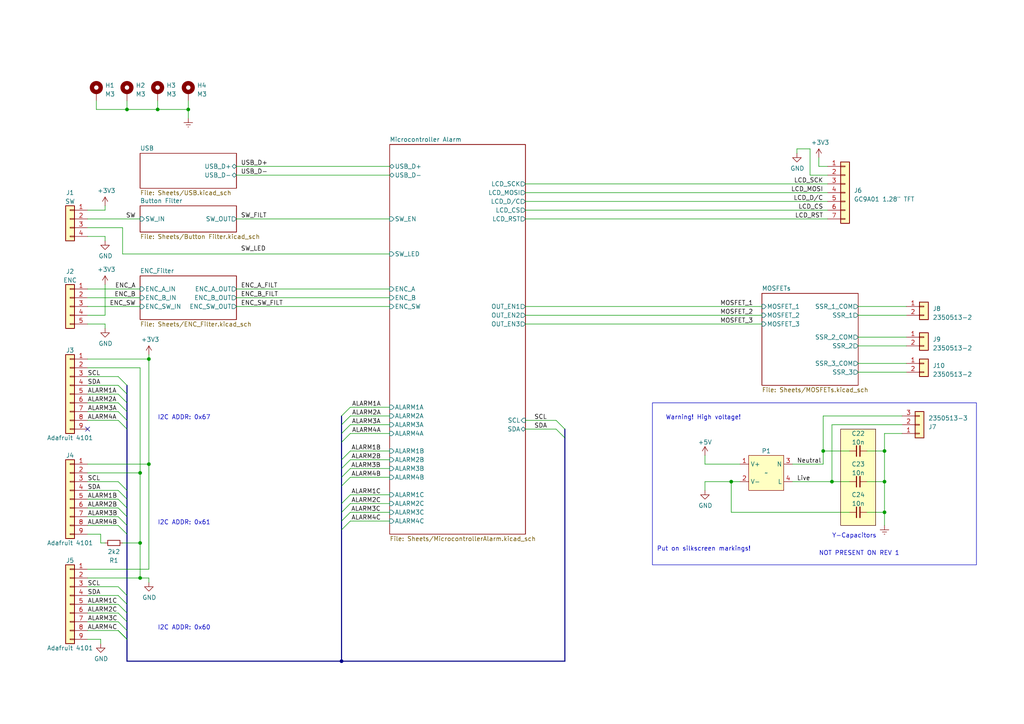
<source format=kicad_sch>
(kicad_sch (version 20230121) (generator eeschema)
  (paper "A4")
  (lib_symbols
    (symbol "Connector_Generic:Conn_01x02" (pin_names (offset 1.016) hide)
      (property "Reference" "J" (at 0 2.54 0))
      (property "Value" "Conn_01x02" (at 0 -5.08 0))
      (symbol "Conn_01x02_1_1"
        (rectangle (start -1.27 -2.413) (end 0 -2.667) (stroke (width 0.1524)))
        (rectangle (start -1.27 0.127) (end 0 -0.127) (stroke (width 0.1524)))
        (rectangle (start -1.27 1.27) (end 1.27 -3.81) (stroke (width 0.254)) (fill (type background)))
        (pin passive line (at -5.08 0 0) (length 3.81) (name "Pin_1") (number "1"))
        (pin passive line (at -5.08 -2.54 0) (length 3.81) (name "Pin_2") (number "2"))
      )
    )
    (symbol "Connector_Generic:Conn_01x03" (pin_names (offset 1.016) hide)
      (property "Reference" "J" (at 0 5.08 0))
      (property "Value" "Conn_01x03" (at 0 -5.08 0))
      (symbol "Conn_01x03_1_1"
        (rectangle (start -1.27 -2.413) (end 0 -2.667) (stroke (width 0.1524)))
        (rectangle (start -1.27 0.127) (end 0 -0.127) (stroke (width 0.1524)))
        (rectangle (start -1.27 2.667) (end 0 2.413) (stroke (width 0.1524)))
        (rectangle (start -1.27 3.81) (end 1.27 -3.81) (stroke (width 0.254)) (fill (type background)))
        (pin passive line (at -5.08 2.54 0) (length 3.81) (name "Pin_1") (number "1"))
        (pin passive line (at -5.08 0 0) (length 3.81) (name "Pin_2") (number "2"))
        (pin passive line (at -5.08 -2.54 0) (length 3.81) (name "Pin_3") (number "3"))
      )
    )
    (symbol "Connector_Generic:Conn_01x04" (pin_names (offset 1.016) hide)
      (property "Reference" "J" (at 0 5.08 0))
      (property "Value" "Conn_01x04" (at 0 -7.62 0))
      (symbol "Conn_01x04_1_1"
        (rectangle (start -1.27 -4.953) (end 0 -5.207) (stroke (width 0.1524)))
        (rectangle (start -1.27 -2.413) (end 0 -2.667) (stroke (width 0.1524)))
        (rectangle (start -1.27 0.127) (end 0 -0.127) (stroke (width 0.1524)))
        (rectangle (start -1.27 2.667) (end 0 2.413) (stroke (width 0.1524)))
        (rectangle (start -1.27 3.81) (end 1.27 -6.35) (stroke (width 0.254)) (fill (type background)))
        (pin passive line (at -5.08 2.54 0) (length 3.81) (name "Pin_1") (number "1"))
        (pin passive line (at -5.08 0 0) (length 3.81) (name "Pin_2") (number "2"))
        (pin passive line (at -5.08 -2.54 0) (length 3.81) (name "Pin_3") (number "3"))
        (pin passive line (at -5.08 -5.08 0) (length 3.81) (name "Pin_4") (number "4"))
      )
    )
    (symbol "Connector_Generic:Conn_01x05" (pin_names (offset 1.016) hide)
      (property "Reference" "J" (at 0 7.62 0))
      (property "Value" "Conn_01x05" (at 0 -7.62 0))
      (symbol "Conn_01x05_1_1"
        (rectangle (start -1.27 -4.953) (end 0 -5.207) (stroke (width 0.1524)))
        (rectangle (start -1.27 -2.413) (end 0 -2.667) (stroke (width 0.1524)))
        (rectangle (start -1.27 0.127) (end 0 -0.127) (stroke (width 0.1524)))
        (rectangle (start -1.27 2.667) (end 0 2.413) (stroke (width 0.1524)))
        (rectangle (start -1.27 5.207) (end 0 4.953) (stroke (width 0.1524)))
        (rectangle (start -1.27 6.35) (end 1.27 -6.35) (stroke (width 0.254)) (fill (type background)))
        (pin passive line (at -5.08 5.08 0) (length 3.81) (name "Pin_1") (number "1"))
        (pin passive line (at -5.08 2.54 0) (length 3.81) (name "Pin_2") (number "2"))
        (pin passive line (at -5.08 0 0) (length 3.81) (name "Pin_3") (number "3"))
        (pin passive line (at -5.08 -2.54 0) (length 3.81) (name "Pin_4") (number "4"))
        (pin passive line (at -5.08 -5.08 0) (length 3.81) (name "Pin_5") (number "5"))
      )
    )
    (symbol "Connector_Generic:Conn_01x07" (pin_names (offset 1.016) hide)
      (property "Reference" "J" (at 0 10.16 0))
      (property "Value" "Conn_01x07" (at 0 -10.16 0))
      (symbol "Conn_01x07_1_1"
        (rectangle (start -1.27 -7.493) (end 0 -7.747) (stroke (width 0.1524)))
        (rectangle (start -1.27 -4.953) (end 0 -5.207) (stroke (width 0.1524)))
        (rectangle (start -1.27 -2.413) (end 0 -2.667) (stroke (width 0.1524)))
        (rectangle (start -1.27 0.127) (end 0 -0.127) (stroke (width 0.1524)))
        (rectangle (start -1.27 2.667) (end 0 2.413) (stroke (width 0.1524)))
        (rectangle (start -1.27 5.207) (end 0 4.953) (stroke (width 0.1524)))
        (rectangle (start -1.27 7.747) (end 0 7.493) (stroke (width 0.1524)))
        (rectangle (start -1.27 8.89) (end 1.27 -8.89) (stroke (width 0.254)) (fill (type background)))
        (pin passive line (at -5.08 7.62 0) (length 3.81) (name "Pin_1") (number "1"))
        (pin passive line (at -5.08 5.08 0) (length 3.81) (name "Pin_2") (number "2"))
        (pin passive line (at -5.08 2.54 0) (length 3.81) (name "Pin_3") (number "3"))
        (pin passive line (at -5.08 0 0) (length 3.81) (name "Pin_4") (number "4"))
        (pin passive line (at -5.08 -2.54 0) (length 3.81) (name "Pin_5") (number "5"))
        (pin passive line (at -5.08 -5.08 0) (length 3.81) (name "Pin_6") (number "6"))
        (pin passive line (at -5.08 -7.62 0) (length 3.81) (name "Pin_7") (number "7"))
      )
    )
    (symbol "Connector_Generic:Conn_01x09" (pin_names (offset 1.016) hide)
      (property "Reference" "J" (at 0 12.7 0))
      (property "Value" "Conn_01x09" (at 0 -12.7 0))
      (symbol "Conn_01x09_1_1"
        (rectangle (start -1.27 -10.033) (end 0 -10.287) (stroke (width 0.1524)))
        (rectangle (start -1.27 -7.493) (end 0 -7.747) (stroke (width 0.1524)))
        (rectangle (start -1.27 -4.953) (end 0 -5.207) (stroke (width 0.1524)))
        (rectangle (start -1.27 -2.413) (end 0 -2.667) (stroke (width 0.1524)))
        (rectangle (start -1.27 0.127) (end 0 -0.127) (stroke (width 0.1524)))
        (rectangle (start -1.27 2.667) (end 0 2.413) (stroke (width 0.1524)))
        (rectangle (start -1.27 5.207) (end 0 4.953) (stroke (width 0.1524)))
        (rectangle (start -1.27 7.747) (end 0 7.493) (stroke (width 0.1524)))
        (rectangle (start -1.27 10.287) (end 0 10.033) (stroke (width 0.1524)))
        (rectangle (start -1.27 11.43) (end 1.27 -11.43) (stroke (width 0.254)) (fill (type background)))
        (pin passive line (at -5.08 10.16 0) (length 3.81) (name "Pin_1") (number "1"))
        (pin passive line (at -5.08 7.62 0) (length 3.81) (name "Pin_2") (number "2"))
        (pin passive line (at -5.08 5.08 0) (length 3.81) (name "Pin_3") (number "3"))
        (pin passive line (at -5.08 2.54 0) (length 3.81) (name "Pin_4") (number "4"))
        (pin passive line (at -5.08 0 0) (length 3.81) (name "Pin_5") (number "5"))
        (pin passive line (at -5.08 -2.54 0) (length 3.81) (name "Pin_6") (number "6"))
        (pin passive line (at -5.08 -5.08 0) (length 3.81) (name "Pin_7") (number "7"))
        (pin passive line (at -5.08 -7.62 0) (length 3.81) (name "Pin_8") (number "8"))
        (pin passive line (at -5.08 -10.16 0) (length 3.81) (name "Pin_9") (number "9"))
      )
    )
    (symbol "Cuprum:IRM-01-05"
      (property "Reference" "P1" (at 0 6.35 0))
      (property "Value" "~" (at 0 0 0))
      (symbol "IRM-01-05_0_1"
        (rectangle (start -5.08 5.08) (end 5.08 -5.08) (fill (type background)))
      )
      (symbol "IRM-01-05_1_1"
        (pin input line (at -7.62 2.54 0) (length 2.54) (name "V+") (number "1"))
        (pin input line (at -7.62 -2.54 0) (length 2.54) (name "V-") (number "2"))
        (pin input line (at 7.62 2.54 180) (length 2.54) (name "N") (number "3"))
        (pin input line (at 7.62 -2.54 180) (length 2.54) (name "L") (number "4"))
      )
    )
    (symbol "Device:C_Small" (pin_numbers hide) (pin_names (offset 0.254) hide)
      (property "Reference" "C" (at 0.254 1.778 0))
      (property "Value" "C_Small" (at 0.254 -2.032 0))
      (symbol "C_Small_0_1"
        (polyline (pts (xy -1.524 -0.508) (xy 1.524 -0.508)) (stroke (width 0.3302)))
        (polyline (pts (xy -1.524 0.508) (xy 1.524 0.508)) (stroke (width 0.3048)))
      )
      (symbol "C_Small_1_1"
        (pin passive line (at 0 2.54 270) (length 2.032) (name "~") (number "1"))
        (pin passive line (at 0 -2.54 90) (length 2.032) (name "~") (number "2"))
      )
    )
    (symbol "Device:R_Small" (pin_numbers hide) (pin_names (offset 0.254) hide)
      (property "Reference" "R" (at 0.762 0.508 0))
      (property "Value" "R_Small" (at 0.762 -1.016 0))
      (symbol "R_Small_0_1"
        (rectangle (start -0.762 1.778) (end 0.762 -1.778) (stroke (width 0.2032)))
      )
      (symbol "R_Small_1_1"
        (pin passive line (at 0 2.54 270) (length 0.762) (name "~") (number "1"))
        (pin passive line (at 0 -2.54 90) (length 0.762) (name "~") (number "2"))
      )
    )
    (symbol "Mechanical:MountingHole_Pad" (pin_numbers hide) (pin_names (offset 1.016) hide)
      (property "Reference" "H" (at 0 6.35 0))
      (property "Value" "MountingHole_Pad" (at 0 4.445 0))
      (symbol "MountingHole_Pad_0_1"
        (circle (center 0 1.27) (radius 1.27) (stroke (width 1.27)))
      )
      (symbol "MountingHole_Pad_1_1"
        (pin input line (at 0 -2.54 90) (length 2.54) (name "1") (number "1"))
      )
    )
    (symbol "PCM_4ms_Power-symbol:+5V" (power) (pin_names (offset 0))
      (property "Value" "+5V" (at 0 3.556 0))
      (symbol "+5V_0_1"
        (polyline (pts (xy -0.762 1.27) (xy 0 2.54)))
        (polyline (pts (xy 0 0) (xy 0 2.54)))
        (polyline (pts (xy 0 2.54) (xy 0.762 1.27)))
      )
      (symbol "+5V_1_1"
        (pin power_in line (at 0 0 90) (length 0) hide (name "+5V") (number "1"))
      )
    )
    (symbol "power:+3V3" (power) (pin_names (offset 0))
      (property "Value" "+3V3" (at 0 3.556 0))
      (symbol "+3V3_0_1"
        (polyline (pts (xy -0.762 1.27) (xy 0 2.54)))
        (polyline (pts (xy 0 0) (xy 0 2.54)))
        (polyline (pts (xy 0 2.54) (xy 0.762 1.27)))
      )
      (symbol "+3V3_1_1"
        (pin power_in line (at 0 0 90) (length 0) hide (name "+3V3") (number "1"))
      )
    )
    (symbol "power:Earth" (power) (pin_names (offset 0))
      (symbol "Earth_0_1"
        (polyline (pts (xy -0.635 -1.905) (xy 0.635 -1.905)))
        (polyline (pts (xy -0.127 -2.54) (xy 0.127 -2.54)))
        (polyline (pts (xy 0 -1.27) (xy 0 0)))
        (polyline (pts (xy 1.27 -1.27) (xy -1.27 -1.27)))
      )
      (symbol "Earth_1_1"
        (pin power_in line (at 0 0 270) (length 0) hide (name "Earth") (number "1"))
      )
    )
    (symbol "power:GND" (power) (pin_names (offset 0))
      (property "Value" "GND" (at 0 -3.81 0))
      (symbol "GND_0_1"
        (polyline (pts (xy 0 0) (xy 0 -1.27) (xy 1.27 -1.27) (xy 0 -2.54) (xy -1.27 -1.27) (xy 0 -1.27)))
      )
      (symbol "GND_1_1"
        (pin power_in line (at 0 0 270) (length 0) hide (name "GND") (number "1"))
      )
    )
  )
  (junction (at 256.54 139.7))
  (junction (at 43.18 104.14))
  (junction (at 54.61 31.75))
  (junction (at 40.64 157.48))
  (junction (at 36.83 31.75))
  (junction (at 45.72 31.75))
  (junction (at 43.18 134.62))
  (junction (at 212.09 139.7))
  (junction (at 238.76 130.81))
  (junction (at 40.64 167.64))
  (junction (at 40.64 137.16))
  (junction (at 256.54 148.59))
  (junction (at 256.54 130.81))
  (junction (at 99.06 191.77))
  (junction (at 241.3 139.7))
  (no_connect (at 25.4 124.46))
  (bus_entry (at 101.6 133.35) (size -2.54 2.54))
  (bus_entry (at 34.29 182.88) (size 2.54 2.54))
  (bus_entry (at 101.6 125.73) (size -2.54 2.54))
  (bus_entry (at 34.29 180.34) (size 2.54 2.54))
  (bus_entry (at 34.29 116.84) (size 2.54 2.54))
  (bus_entry (at 34.29 152.4) (size 2.54 2.54))
  (bus_entry (at 101.6 120.65) (size -2.54 2.54))
  (bus_entry (at 34.29 109.22) (size 2.54 2.54))
  (bus_entry (at 34.29 144.78) (size 2.54 2.54))
  (bus_entry (at 34.29 172.72) (size 2.54 2.54))
  (bus_entry (at 101.6 151.13) (size -2.54 2.54))
  (bus_entry (at 101.6 123.19) (size -2.54 2.54))
  (bus_entry (at 101.6 143.51) (size -2.54 2.54))
  (bus_entry (at 34.29 182.88) (size 2.54 2.54))
  (bus_entry (at 34.29 114.3) (size 2.54 2.54))
  (bus_entry (at 101.6 130.81) (size -2.54 2.54))
  (bus_entry (at 34.29 119.38) (size 2.54 2.54))
  (bus_entry (at 34.29 177.8) (size 2.54 2.54))
  (bus_entry (at 161.29 124.46) (size 2.54 2.54))
  (bus_entry (at 101.6 146.05) (size -2.54 2.54))
  (bus_entry (at 34.29 142.24) (size 2.54 2.54))
  (bus_entry (at 34.29 170.18) (size 2.54 2.54))
  (bus_entry (at 101.6 148.59) (size -2.54 2.54))
  (bus_entry (at 101.6 118.11) (size -2.54 2.54))
  (bus_entry (at 101.6 138.43) (size -2.54 2.54))
  (bus_entry (at 34.29 111.76) (size 2.54 2.54))
  (bus_entry (at 34.29 175.26) (size 2.54 2.54))
  (bus_entry (at 34.29 139.7) (size 2.54 2.54))
  (bus_entry (at 34.29 147.32) (size 2.54 2.54))
  (bus_entry (at 34.29 121.92) (size 2.54 2.54))
  (bus_entry (at 161.29 121.92) (size 2.54 2.54))
  (bus_entry (at 101.6 135.89) (size -2.54 2.54))
  (bus_entry (at 34.29 149.86) (size 2.54 2.54))
  (wire (pts (xy 25.4 83.82) (xy 40.64 83.82)))
  (bus (pts (xy 99.06 123.19) (xy 99.06 125.73)))
  (bus (pts (xy 36.83 177.8) (xy 36.83 180.34)))
  (wire (pts (xy 234.95 50.8) (xy 234.95 43.18)))
  (bus (pts (xy 99.06 191.77) (xy 163.83 191.77)))
  (wire (pts (xy 204.47 134.62) (xy 214.63 134.62)))
  (wire (pts (xy 101.6 143.51) (xy 113.03 143.51)))
  (bus (pts (xy 36.83 182.88) (xy 36.83 185.42)))
  (wire (pts (xy 101.6 118.11) (xy 113.03 118.11)))
  (bus (pts (xy 36.83 175.26) (xy 36.83 177.8)))
  (bus (pts (xy 36.83 172.72) (xy 36.83 175.26)))
  (bus (pts (xy 36.83 121.92) (xy 36.83 124.46)))
  (wire (pts (xy 212.09 139.7) (xy 214.63 139.7)))
  (wire (pts (xy 68.58 86.36) (xy 113.03 86.36)))
  (bus (pts (xy 99.06 151.13) (xy 99.06 153.67)))
  (wire (pts (xy 54.61 34.29) (xy 54.61 31.75)))
  (bus (pts (xy 36.83 144.78) (xy 36.83 147.32)))
  (wire (pts (xy 248.92 88.9) (xy 262.89 88.9)))
  (wire (pts (xy 68.58 50.8) (xy 113.03 50.8)))
  (wire (pts (xy 238.76 130.81) (xy 246.38 130.81)))
  (wire (pts (xy 204.47 132.08) (xy 204.47 134.62)))
  (wire (pts (xy 101.6 125.73) (xy 113.03 125.73)))
  (wire (pts (xy 256.54 130.81) (xy 256.54 125.73)))
  (wire (pts (xy 234.95 43.18) (xy 231.14 43.18)))
  (wire (pts (xy 25.4 149.86) (xy 34.29 149.86)))
  (bus (pts (xy 36.83 147.32) (xy 36.83 149.86)))
  (wire (pts (xy 152.4 88.9) (xy 220.98 88.9)))
  (wire (pts (xy 54.61 31.75) (xy 45.72 31.75)))
  (wire (pts (xy 261.62 123.19) (xy 241.3 123.19)))
  (bus (pts (xy 99.06 153.67) (xy 99.06 191.77)))
  (wire (pts (xy 152.4 58.42) (xy 240.03 58.42)))
  (bus (pts (xy 36.83 111.76) (xy 36.83 114.3)))
  (wire (pts (xy 238.76 120.65) (xy 238.76 130.81)))
  (wire (pts (xy 25.4 165.1) (xy 43.18 165.1)))
  (wire (pts (xy 40.64 106.68) (xy 40.64 137.16)))
  (bus (pts (xy 163.83 127) (xy 163.83 191.77)))
  (bus (pts (xy 99.06 148.59) (xy 99.06 151.13)))
  (wire (pts (xy 30.48 91.44) (xy 25.4 91.44)))
  (wire (pts (xy 231.14 43.18) (xy 231.14 44.45)))
  (wire (pts (xy 212.09 148.59) (xy 212.09 139.7)))
  (bus (pts (xy 163.83 124.46) (xy 163.83 127)))
  (wire (pts (xy 35.56 66.04) (xy 35.56 73.66)))
  (bus (pts (xy 36.83 149.86) (xy 36.83 152.4)))
  (wire (pts (xy 152.4 124.46) (xy 161.29 124.46)))
  (bus (pts (xy 99.06 135.89) (xy 99.06 138.43)))
  (bus (pts (xy 99.06 120.65) (xy 99.06 123.19)))
  (wire (pts (xy 238.76 120.65) (xy 261.62 120.65)))
  (bus (pts (xy 36.83 152.4) (xy 36.83 154.94)))
  (wire (pts (xy 35.56 157.48) (xy 40.64 157.48)))
  (wire (pts (xy 29.21 157.48) (xy 30.48 157.48)))
  (wire (pts (xy 246.38 148.59) (xy 212.09 148.59)))
  (wire (pts (xy 152.4 60.96) (xy 240.03 60.96)))
  (wire (pts (xy 40.64 157.48) (xy 40.64 167.64)))
  (wire (pts (xy 30.48 69.85) (xy 30.48 68.58)))
  (bus (pts (xy 36.83 114.3) (xy 36.83 116.84)))
  (wire (pts (xy 25.4 134.62) (xy 43.18 134.62)))
  (wire (pts (xy 25.4 152.4) (xy 34.29 152.4)))
  (wire (pts (xy 43.18 165.1) (xy 43.18 134.62)))
  (wire (pts (xy 68.58 63.5) (xy 113.03 63.5)))
  (wire (pts (xy 34.29 177.8) (xy 25.4 177.8)))
  (bus (pts (xy 36.83 116.84) (xy 36.83 119.38)))
  (wire (pts (xy 25.4 185.42) (xy 29.21 185.42)))
  (wire (pts (xy 248.92 105.41) (xy 262.89 105.41)))
  (wire (pts (xy 256.54 125.73) (xy 261.62 125.73)))
  (wire (pts (xy 25.4 66.04) (xy 35.56 66.04)))
  (wire (pts (xy 25.4 170.18) (xy 34.29 170.18)))
  (wire (pts (xy 25.4 109.22) (xy 34.29 109.22)))
  (wire (pts (xy 68.58 88.9) (xy 113.03 88.9)))
  (wire (pts (xy 68.58 83.82) (xy 113.03 83.82)))
  (wire (pts (xy 152.4 63.5) (xy 240.03 63.5)))
  (wire (pts (xy 25.4 139.7) (xy 34.29 139.7)))
  (wire (pts (xy 29.21 154.94) (xy 25.4 154.94)))
  (bus (pts (xy 99.06 133.35) (xy 99.06 135.89)))
  (wire (pts (xy 25.4 144.78) (xy 34.29 144.78)))
  (wire (pts (xy 25.4 137.16) (xy 40.64 137.16)))
  (wire (pts (xy 251.46 130.81) (xy 256.54 130.81)))
  (wire (pts (xy 256.54 139.7) (xy 256.54 130.81)))
  (wire (pts (xy 25.4 106.68) (xy 40.64 106.68)))
  (wire (pts (xy 256.54 152.4) (xy 256.54 148.59)))
  (wire (pts (xy 240.03 50.8) (xy 234.95 50.8)))
  (wire (pts (xy 43.18 167.64) (xy 43.18 168.91)))
  (bus (pts (xy 36.83 191.77) (xy 99.06 191.77)))
  (wire (pts (xy 25.4 172.72) (xy 34.29 172.72)))
  (wire (pts (xy 30.48 68.58) (xy 25.4 68.58)))
  (wire (pts (xy 101.6 120.65) (xy 113.03 120.65)))
  (wire (pts (xy 241.3 139.7) (xy 246.38 139.7)))
  (wire (pts (xy 34.29 175.26) (xy 25.4 175.26)))
  (wire (pts (xy 25.4 86.36) (xy 40.64 86.36)))
  (wire (pts (xy 36.83 29.21) (xy 36.83 31.75)))
  (bus (pts (xy 99.06 138.43) (xy 99.06 140.97)))
  (wire (pts (xy 240.03 48.26) (xy 237.49 48.26)))
  (bus (pts (xy 99.06 140.97) (xy 99.06 146.05)))
  (wire (pts (xy 241.3 123.19) (xy 241.3 139.7)))
  (wire (pts (xy 113.03 73.66) (xy 35.56 73.66)))
  (wire (pts (xy 30.48 59.69) (xy 30.48 60.96)))
  (bus (pts (xy 36.83 119.38) (xy 36.83 121.92)))
  (wire (pts (xy 27.94 31.75) (xy 27.94 29.21)))
  (wire (pts (xy 25.4 63.5) (xy 40.64 63.5)))
  (wire (pts (xy 101.6 146.05) (xy 113.03 146.05)))
  (wire (pts (xy 248.92 97.79) (xy 262.89 97.79)))
  (wire (pts (xy 229.87 139.7) (xy 241.3 139.7)))
  (wire (pts (xy 204.47 142.24) (xy 204.47 139.7)))
  (bus (pts (xy 36.83 191.77) (xy 36.83 185.42)))
  (wire (pts (xy 101.6 151.13) (xy 113.03 151.13)))
  (wire (pts (xy 36.83 31.75) (xy 27.94 31.75)))
  (wire (pts (xy 152.4 121.92) (xy 161.29 121.92)))
  (wire (pts (xy 25.4 182.88) (xy 34.29 182.88)))
  (wire (pts (xy 68.58 48.26) (xy 113.03 48.26)))
  (wire (pts (xy 152.4 93.98) (xy 220.98 93.98)))
  (wire (pts (xy 54.61 29.21) (xy 54.61 31.75)))
  (wire (pts (xy 248.92 100.33) (xy 262.89 100.33)))
  (wire (pts (xy 43.18 102.87) (xy 43.18 104.14)))
  (wire (pts (xy 238.76 134.62) (xy 229.87 134.62)))
  (wire (pts (xy 251.46 148.59) (xy 256.54 148.59)))
  (wire (pts (xy 30.48 82.55) (xy 30.48 91.44)))
  (wire (pts (xy 25.4 121.92) (xy 34.29 121.92)))
  (wire (pts (xy 248.92 107.95) (xy 262.89 107.95)))
  (wire (pts (xy 238.76 130.81) (xy 238.76 134.62)))
  (wire (pts (xy 101.6 135.89) (xy 113.03 135.89)))
  (wire (pts (xy 25.4 104.14) (xy 43.18 104.14)))
  (bus (pts (xy 36.83 154.94) (xy 36.83 172.72)))
  (wire (pts (xy 25.4 88.9) (xy 40.64 88.9)))
  (bus (pts (xy 99.06 128.27) (xy 99.06 133.35)))
  (wire (pts (xy 45.72 29.21) (xy 45.72 31.75)))
  (bus (pts (xy 36.83 142.24) (xy 36.83 144.78)))
  (wire (pts (xy 25.4 167.64) (xy 40.64 167.64)))
  (wire (pts (xy 152.4 55.88) (xy 240.03 55.88)))
  (wire (pts (xy 25.4 116.84) (xy 34.29 116.84)))
  (wire (pts (xy 25.4 111.76) (xy 34.29 111.76)))
  (wire (pts (xy 29.21 185.42) (xy 29.21 186.69)))
  (wire (pts (xy 30.48 93.98) (xy 30.48 95.25)))
  (wire (pts (xy 45.72 31.75) (xy 36.83 31.75)))
  (wire (pts (xy 43.18 167.64) (xy 40.64 167.64)))
  (wire (pts (xy 34.29 180.34) (xy 25.4 180.34)))
  (bus (pts (xy 36.83 180.34) (xy 36.83 182.88)))
  (wire (pts (xy 29.21 157.48) (xy 29.21 154.94)))
  (wire (pts (xy 30.48 60.96) (xy 25.4 60.96)))
  (wire (pts (xy 25.4 147.32) (xy 34.29 147.32)))
  (bus (pts (xy 99.06 125.73) (xy 99.06 128.27)))
  (wire (pts (xy 237.49 45.72) (xy 237.49 48.26)))
  (wire (pts (xy 43.18 104.14) (xy 43.18 134.62)))
  (wire (pts (xy 204.47 139.7) (xy 212.09 139.7)))
  (wire (pts (xy 25.4 93.98) (xy 30.48 93.98)))
  (bus (pts (xy 36.83 124.46) (xy 36.83 142.24)))
  (wire (pts (xy 101.6 133.35) (xy 113.03 133.35)))
  (wire (pts (xy 25.4 114.3) (xy 34.29 114.3)))
  (wire (pts (xy 101.6 130.81) (xy 113.03 130.81)))
  (wire (pts (xy 25.4 119.38) (xy 34.29 119.38)))
  (wire (pts (xy 251.46 139.7) (xy 256.54 139.7)))
  (wire (pts (xy 25.4 142.24) (xy 34.29 142.24)))
  (wire (pts (xy 248.92 91.44) (xy 262.89 91.44)))
  (wire (pts (xy 152.4 91.44) (xy 220.98 91.44)))
  (wire (pts (xy 101.6 148.59) (xy 113.03 148.59)))
  (wire (pts (xy 256.54 148.59) (xy 256.54 139.7)))
  (bus (pts (xy 99.06 146.05) (xy 99.06 148.59)))
  (wire (pts (xy 101.6 138.43) (xy 113.03 138.43)))
  (wire (pts (xy 101.6 123.19) (xy 113.03 123.19)))
  (wire (pts (xy 40.64 137.16) (xy 40.64 157.48)))
  (wire (pts (xy 152.4 53.34) (xy 240.03 53.34)))
  (rectangle (start 243.84 124.46) (end 254 152.4) (stroke (width 0) (color 72 0 0 1)) (fill (type color) (color 255 255 194 1)))
  (rectangle (start 189.23 116.84) (end 283.21 163.83))
  (text "I2C ADDR: 0x61\n" (at 45.72 152.4 0) (effects (font (size 1.27 1.27)) (justify left bottom)))
  (text "Y-Capacitors" (at 241.3 156.21 0) (effects (font (size 1.27 1.27)) (justify left bottom)))
  (text "Put on silkscreen markings!" (at 190.5 160.02 0) (effects (font (size 1.27 1.27)) (justify left bottom)))
  (text "Warning! High voltage!" (at 193.04 121.92 0) (effects (font (size 1.27 1.27)) (justify left bottom)))
  (text "I2C ADDR: 0x60" (at 45.72 182.88 0) (effects (font (size 1.27 1.27)) (justify left bottom)))
  (text "NOT PRESENT ON REV 1" (at 237.49 161.29 0) (effects (font (size 1.27 1.27)) (justify left bottom)))
  (text "I2C ADDR: 0x67" (at 45.72 121.92 0) (effects (font (size 1.27 1.27)) (justify left bottom)))
  (label "SDA" (at 25.4 111.76 0))
  (label "ALARM3A" (at 25.4605 119.38 0))
  (label "ALARM1C" (at 110.49 143.51 180))
  (label "SCL" (at 154.94 121.92 0))
  (label "ALARM4A" (at 110.49 125.73 180))
  (label "ALARM1A" (at 25.4 114.3 0))
  (label "ENC_SW_FILT" (at 69.849 88.8637 0))
  (label "ALARM3C" (at 110.4295 148.59 180))
  (label "SCL" (at 25.4 139.7 0))
  (label "ALARM3B" (at 25.4605 149.86 0))
  (label "ALARM3A" (at 110.4295 123.19 180))
  (label "LCD_MOSI" (at 238.76 55.88 180))
  (label "ALARM3B" (at 110.4295 135.89 180))
  (label "LCD_SCK" (at 238.76 53.34 180))
  (label "SDA" (at 154.94 124.46 0))
  (label "ALARM2B" (at 110.49 133.35 180))
  (label "LCD_D{slash}C" (at 238.76 58.42 180))
  (label "SW_FILT" (at 69.849 63.4637 0))
  (label "Live" (at 231.14 139.7 0))
  (label "ALARM1A" (at 110.49 118.11 180))
  (label "SW_LED" (at 69.8408 73.098 0))
  (label "SDA" (at 25.4 172.72 0))
  (label "ALARM4C" (at 110.49 151.13 180))
  (label "MOSFET_1" (at 218.44 88.9 180))
  (label "SW" (at 39.37 63.5 180))
  (label "LCD_CS" (at 238.76 60.96 180))
  (label "ALARM2B" (at 25.4 147.32 0))
  (label "SCL" (at 25.4 109.22 0))
  (label "ALARM4B" (at 110.49 138.43 180))
  (label "USB_D-" (at 69.849 50.7637 0))
  (label "ALARM1C" (at 25.4 175.26 0))
  (label "ALARM3C" (at 25.4605 180.34 0))
  (label "ALARM2A" (at 110.49 120.65 180))
  (label "ALARM2C" (at 110.49 146.05 180))
  (label "ALARM2C" (at 25.4 177.8 0))
  (label "ALARM1B" (at 110.49 130.81 180))
  (label "ALARM1B" (at 25.4 144.78 0))
  (label "ALARM4B" (at 25.4 152.4 0))
  (label "MOSFET_3" (at 218.44 93.98 180))
  (label "ALARM4C" (at 25.4 182.88 0))
  (label "ENC_A" (at 39.37 83.82 180))
  (label "SDA" (at 25.4 142.24 0))
  (label "USB_D+" (at 69.849 48.2237 0))
  (label "ENC_SW" (at 39.37 88.9 180))
  (label "ENC_B" (at 39.37 86.36 180))
  (label "SCL" (at 25.4 170.18 0))
  (label "ALARM2A" (at 25.4 116.84 0))
  (label "Neutral" (at 231.14 134.62 0))
  (label "LCD_RST" (at 238.76 63.5 180))
  (label "ENC_B_FILT" (at 69.849 86.3237 0))
  (label "ALARM4A" (at 25.4 121.92 0))
  (label "ENC_A_FILT" (at 69.849 83.7837 0))
  (label "MOSFET_2" (at 218.44 91.44 180))
  (symbol (lib_id "Connector_Generic:Conn_01x04") (at 20.32 63.5 0) (mirror y) (unit 1)
    (property "Reference" "J1" (at 20.32 55.88 0))
    (property "Value" "SW" (at 20.32 58.42 0))
    (property "Footprint" "Connector_PinHeader_2.54mm:PinHeader_1x04_P2.54mm_Vertical" (effects hide))
  )
  (symbol (lib_id "Mechanical:MountingHole_Pad") (at 45.72 26.67 0) (unit 1)
    (property "Reference" "H3" (at 48.26 24.765 0) (effects (justify left)))
    (property "Value" "M3" (at 48.26 27.305 0) (effects (justify left)))
    (property "Footprint" "MountingHole:MountingHole_3.2mm_M3_DIN965_Pad" (effects hide))
  )
  (symbol (lib_id "Connector_Generic:Conn_01x05") (at 20.32 88.9 0) (mirror y) (unit 1)
    (property "Reference" "J2" (at 20.32 78.74 0))
    (property "Value" "ENC" (at 20.32 81.28 0))
    (property "Footprint" "Connector_PinHeader_2.54mm:PinHeader_1x05_P2.54mm_Vertical" (effects hide))
  )
  (symbol (lib_id "Mechanical:MountingHole_Pad") (at 36.83 26.67 0) (unit 1)
    (property "Reference" "H2" (at 39.37 24.765 0) (effects (justify left)))
    (property "Value" "M3" (at 39.37 27.305 0) (effects (justify left)))
    (property "Footprint" "MountingHole:MountingHole_3.2mm_M3_DIN965_Pad" (effects hide))
  )
  (symbol (lib_id "Connector_Generic:Conn_01x07") (at 245.11 55.88 0) (unit 1)
    (property "Reference" "J6" (at 247.65 55.245 0) (effects (justify left)))
    (property "Value" "GC9A01 1.28\" TFT" (at 247.65 57.785 0) (effects (justify left)))
    (property "Footprint" "Connector_PinHeader_2.54mm:PinHeader_1x07_P2.54mm_Vertical" (effects hide))
  )
  (symbol (lib_id "power:Earth") (at 54.61 34.29 0) (unit 1)
    (property "Reference" "#PWR013" (effects hide))
    (property "Value" "Earth" (effects hide))
  )
  (symbol (lib_id "Connector_Generic:Conn_01x03") (at 266.7 123.19 0) (mirror x) (unit 1)
    (property "Reference" "J7" (at 269.24 123.825 0) (effects (justify left)))
    (property "Value" "2350513-3" (at 269.24 121.285 0) (effects (justify left)))
    (property "Footprint" "KiCAD Library:2350513-3" (effects hide))
  )
  (symbol (lib_id "Connector_Generic:Conn_01x02") (at 267.97 97.79 0) (unit 1)
    (property "Reference" "J9" (at 270.51 98.425 0) (effects (justify left)))
    (property "Value" "2350513-2" (at 270.51 100.965 0) (effects (justify left)))
    (property "Footprint" "KiCAD Library:2350513-2" (effects hide))
  )
  (symbol (lib_id "power:GND") (at 29.21 186.69 0) (unit 1)
    (property "Reference" "#PWR01" (effects hide))
    (property "Value" "GND" (at 29.337 191.0842 0))
  )
  (symbol (lib_id "Connector_Generic:Conn_01x09") (at 20.32 144.78 0) (mirror y) (unit 1)
    (property "Reference" "J4" (at 20.32 132.08 0))
    (property "Value" "Adafruit 4101" (at 20.32 157.48 0))
    (property "Footprint" "Connector_PinHeader_2.54mm:PinHeader_1x09_P2.54mm_Vertical" (effects hide))
  )
  (symbol (lib_id "power:+3V3") (at 237.49 45.72 0) (unit 1)
    (property "Reference" "#PWR012" (effects hide))
    (property "Value" "+3V3" (at 237.871 41.3258 0))
  )
  (symbol (lib_id "power:Earth") (at 256.54 152.4 0) (unit 1)
    (property "Reference" "#PWR057" (effects hide))
    (property "Value" "Earth" (effects hide))
  )
  (symbol (lib_id "power:+3V3") (at 30.48 59.69 0) (unit 1)
    (property "Reference" "#PWR02" (effects hide))
    (property "Value" "+3V3" (at 30.861 55.2958 0))
  )
  (symbol (lib_id "PCM_4ms_Power-symbol:+5V") (at 204.47 132.08 0) (unit 1)
    (property "Reference" "#PWR09" (effects hide))
    (property "Value" "+5V" (at 204.47 128.27 0))
  )
  (symbol (lib_id "Device:C_Small") (at 248.92 130.81 90) (unit 1)
    (property "Reference" "C22" (at 248.9263 125.73 90))
    (property "Value" "10n" (at 248.9263 128.27 90))
  )
  (symbol (lib_id "Device:C_Small") (at 248.92 148.59 90) (unit 1)
    (property "Reference" "C24" (at 248.9263 143.51 90))
    (property "Value" "10n" (at 248.9263 146.05 90))
  )
  (symbol (lib_id "power:GND") (at 204.47 142.24 0) (unit 1)
    (property "Reference" "#PWR010" (effects hide))
    (property "Value" "GND" (at 204.597 146.6342 0))
  )
  (symbol (lib_id "Connector_Generic:Conn_01x02") (at 267.97 105.41 0) (unit 1)
    (property "Reference" "J10" (at 270.51 106.045 0) (effects (justify left)))
    (property "Value" "2350513-2" (at 270.51 108.585 0) (effects (justify left)))
    (property "Footprint" "KiCAD Library:2350513-2" (effects hide))
  )
  (symbol (lib_id "power:GND") (at 231.14 44.45 0) (unit 1)
    (property "Reference" "#PWR011" (effects hide))
    (property "Value" "GND" (at 231.267 48.8442 0))
  )
  (symbol (lib_id "Mechanical:MountingHole_Pad") (at 27.94 26.67 0) (unit 1)
    (property "Reference" "H1" (at 30.48 24.765 0) (effects (justify left)))
    (property "Value" "M3" (at 30.48 27.305 0) (effects (justify left)))
    (property "Footprint" "MountingHole:MountingHole_3.2mm_M3_DIN965_Pad" (effects hide))
  )
  (symbol (lib_id "power:+3V3") (at 30.48 82.55 0) (unit 1)
    (property "Reference" "#PWR04" (effects hide))
    (property "Value" "+3V3" (at 30.861 78.1558 0))
  )
  (symbol (lib_id "Connector_Generic:Conn_01x09") (at 20.32 175.26 0) (mirror y) (unit 1)
    (property "Reference" "J5" (at 20.32 162.56 0))
    (property "Value" "Adafruit 4101" (at 20.32 187.96 0))
    (property "Footprint" "Connector_PinHeader_2.54mm:PinHeader_1x09_P2.54mm_Vertical" (effects hide))
  )
  (symbol (lib_id "power:GND") (at 43.18 168.91 0) (unit 1)
    (property "Reference" "#PWR07" (effects hide))
    (property "Value" "GND" (at 43.307 173.3042 0))
  )
  (symbol (lib_id "power:GND") (at 30.48 95.25 0) (unit 1)
    (property "Reference" "#PWR05" (effects hide))
    (property "Value" "GND" (at 30.607 99.6442 0))
  )
  (symbol (lib_id "Cuprum:IRM-01-05") (at 222.25 137.16 0) (unit 1)
    (property "Reference" "P1" (at 222.25 130.81 0))
    (property "Value" "~" (at 222.25 137.16 0))
    (property "Footprint" "Cuprum:IRM015" (effects hide))
  )
  (symbol (lib_id "power:+3V3") (at 43.18 102.87 0) (unit 1)
    (property "Reference" "#PWR06" (effects hide))
    (property "Value" "+3V3" (at 43.561 98.4758 0))
  )
  (symbol (lib_id "Connector_Generic:Conn_01x09") (at 20.32 114.3 0) (mirror y) (unit 1)
    (property "Reference" "J3" (at 20.32 101.6 0))
    (property "Value" "Adafruit 4101" (at 20.32 127 0))
    (property "Footprint" "Connector_PinHeader_2.54mm:PinHeader_1x09_P2.54mm_Vertical" (effects hide))
  )
  (symbol (lib_id "Device:C_Small") (at 248.92 139.7 90) (unit 1)
    (property "Reference" "C23" (at 248.9263 134.62 90))
    (property "Value" "10n" (at 248.9263 137.16 90))
  )
  (symbol (lib_id "Device:R_Small") (at 33.02 157.48 270) (unit 1)
    (property "Reference" "R1" (at 33.02 162.56 90))
    (property "Value" "2k2" (at 33.02 160.02 90))
    (property "Footprint" "Cuprum:R_0603_1608Metric" (effects hide))
  )
  (symbol (lib_id "power:GND") (at 30.48 69.85 0) (unit 1)
    (property "Reference" "#PWR03" (effects hide))
    (property "Value" "GND" (at 30.607 74.2442 0))
  )
  (symbol (lib_id "Connector_Generic:Conn_01x02") (at 267.97 88.9 0) (unit 1)
    (property "Reference" "J8" (at 270.51 89.535 0) (effects (justify left)))
    (property "Value" "2350513-2" (at 270.51 92.075 0) (effects (justify left)))
    (property "Footprint" "KiCAD Library:2350513-2" (effects hide))
  )
  (symbol (lib_id "Mechanical:MountingHole_Pad") (at 54.61 26.67 0) (unit 1)
    (property "Reference" "H4" (at 57.15 24.765 0) (effects (justify left)))
    (property "Value" "M3" (at 57.15 27.305 0) (effects (justify left)))
    (property "Footprint" "MountingHole:MountingHole_3.2mm_M3_DIN965_Pad" (effects hide))
  )
  (sheet (at 40.64 80.01) (size 27.94 12.7) (stroke (width 0.1524))
    (property "Sheetname" "ENC_Filter" (at 40.64 79.2984 0) (effects (justify left bottom)))
    (property "Sheetfile" "Sheets/ENC_Filter.kicad_sch" (at 40.64 93.2946 0) (effects (justify left top)))
    (pin "ENC_SW_OUT" output (at 68.58 88.9 0))
    (pin "ENC_B_OUT" output (at 68.58 86.36 0))
    (pin "ENC_A_OUT" output (at 68.58 83.82 0))
    (pin "ENC_B_IN" input (at 40.64 86.36 180))
    (pin "ENC_SW_IN" input (at 40.64 88.9 180))
    (pin "ENC_A_IN" input (at 40.64 83.82 180))
  )
  (sheet (at 113.03 41.91) (size 39.37 113.03) (stroke (width 0.1524))
    (property "Sheetname" "Microcontroller Alarm" (at 113.03 41.1984 0) (effects (justify left bottom)))
    (property "Sheetfile" "Sheets/MicrocontrollerAlarm.kicad_sch" (at 113.03 155.5246 0) (effects (justify left top)))
    (pin "SCL" input (at 152.4 121.92 0))
    (pin "SDA" bidirectional (at 152.4 124.46 0))
    (pin "ENC_SW" input (at 113.03 88.9 180))
    (pin "ENC_A" input (at 113.03 83.82 180))
    (pin "ENC_B" input (at 113.03 86.36 180))
    (pin "SW_LED" input (at 113.03 73.66 180))
    (pin "SW_EN" input (at 113.03 63.5 180))
    (pin "ALARM3B" input (at 113.03 135.89 180))
    (pin "ALARM4B" input (at 113.03 138.43 180))
    (pin "ALARM1C" input (at 113.03 143.51 180))
    (pin "ALARM4C" input (at 113.03 151.13 180))
    (pin "ALARM2C" input (at 113.03 146.05 180))
    (pin "ALARM3C" input (at 113.03 148.59 180))
    (pin "ALARM4A" input (at 113.03 125.73 180))
    (pin "ALARM3A" input (at 113.03 123.19 180))
    (pin "ALARM1B" input (at 113.03 130.81 180))
    (pin "ALARM2B" input (at 113.03 133.35 180))
    (pin "ALARM1A" input (at 113.03 118.11 180))
    (pin "ALARM2A" input (at 113.03 120.65 180))
    (pin "USB_D-" bidirectional (at 113.03 50.8 180))
    (pin "USB_D+" bidirectional (at 113.03 48.26 180))
    (pin "LCD_D{slash}C" output (at 152.4 58.42 0))
    (pin "LCD_CS" output (at 152.4 60.96 0))
    (pin "LCD_RST" output (at 152.4 63.5 0))
    (pin "LCD_MOSI" output (at 152.4 55.88 0))
    (pin "LCD_SCK" output (at 152.4 53.34 0))
    (pin "OUT_EN2" output (at 152.4 91.44 0))
    (pin "OUT_EN1" output (at 152.4 88.9 0))
    (pin "OUT_EN3" output (at 152.4 93.98 0))
  )
  (sheet (at 40.64 44.45) (size 27.94 10.16) (stroke (width 0.1524))
    (property "Sheetname" "USB" (at 40.64 43.7384 0) (effects (justify left bottom)))
    (property "Sheetfile" "Sheets/USB.kicad_sch" (at 40.64 55.1946 0) (effects (justify left top)))
    (pin "USB_D-" bidirectional (at 68.58 50.8 0))
    (pin "USB_D+" bidirectional (at 68.58 48.26 0))
  )
  (sheet (at 220.98 85.09) (size 27.94 26.67) (stroke (width 0.1524))
    (property "Sheetname" "MOSFETs" (at 220.98 84.3784 0) (effects (justify left bottom)))
    (property "Sheetfile" "Sheets/MOSFETs.kicad_sch" (at 220.98 112.3446 0) (effects (justify left top)))
    (pin "MOSFET_1" input (at 220.98 88.9 180))
    (pin "MOSFET_2" input (at 220.98 91.44 180))
    (pin "SSR_1" output (at 248.92 91.44 0))
    (pin "SSR_2" output (at 248.92 100.33 0))
    (pin "SSR_1_COM" output (at 248.92 88.9 0))
    (pin "SSR_2_COM" output (at 248.92 97.79 0))
    (pin "SSR_3" output (at 248.92 107.95 0))
    (pin "SSR_3_COM" output (at 248.92 105.41 0))
    (pin "MOSFET_3" input (at 220.98 93.98 180))
  )
  (sheet (at 40.64 59.69) (size 27.94 7.62) (stroke (width 0.1524))
    (property "Sheetname" "Button Filter" (at 40.64 58.9784 0) (effects (justify left bottom)))
    (property "Sheetfile" "Sheets/Button Filter.kicad_sch" (at 40.64 67.8946 0) (effects (justify left top)))
    (pin "SW_OUT" output (at 68.58 63.5 0))
    (pin "SW_IN" input (at 40.64 63.5 180))
  )
)
</source>
